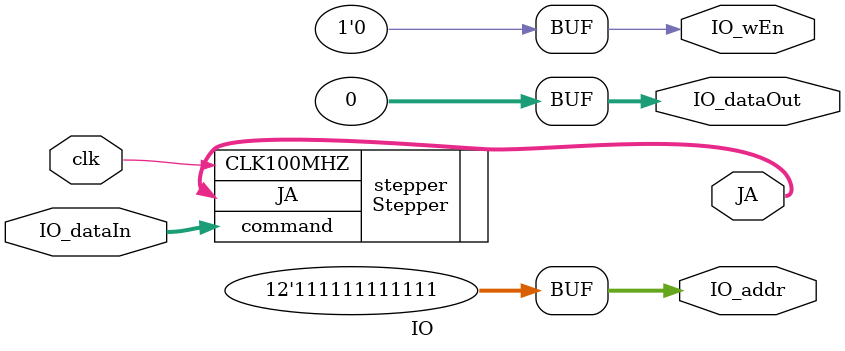
<source format=v>
module IO(
    input clk,
    input [31:0] IO_dataIn,
    output [31:0] IO_dataOut,
    output [11:0] IO_addr,
    output IO_wEn,
    output [5:0] JA
    );
    
    assign IO_wEn = 1'b0;
    assign IO_addr = 12'd4095;
    assign IO_dataOut = 31'd0; 
    
    Stepper stepper(
        .CLK100MHZ(clk),
        .command(IO_dataIn),
        .JA(JA)
    );    

endmodule
</source>
